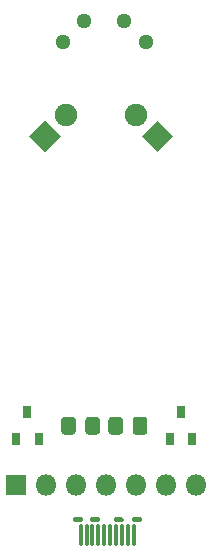
<source format=gbr>
%TF.GenerationSoftware,KiCad,Pcbnew,(5.1.6)-1*%
%TF.CreationDate,2023-10-25T23:53:10+09:00*%
%TF.ProjectId,CMouse-3rd-MOD,434d6f75-7365-42d3-9372-642d4d4f442e,rev?*%
%TF.SameCoordinates,Original*%
%TF.FileFunction,Soldermask,Top*%
%TF.FilePolarity,Negative*%
%FSLAX46Y46*%
G04 Gerber Fmt 4.6, Leading zero omitted, Abs format (unit mm)*
G04 Created by KiCad (PCBNEW (5.1.6)-1) date 2023-10-25 23:53:10*
%MOMM*%
%LPD*%
G01*
G04 APERTURE LIST*
%ADD10C,0.300000*%
%ADD11C,0.100000*%
%ADD12C,1.900000*%
%ADD13R,1.800000X1.800000*%
%ADD14O,1.800000X1.800000*%
%ADD15C,1.292000*%
%ADD16R,0.700000X1.100000*%
G04 APERTURE END LIST*
D10*
X114000000Y-148900000D02*
X113500000Y-148900000D01*
X115500000Y-148900000D02*
X115900000Y-148900000D01*
X117000000Y-148900000D02*
X117500000Y-148900000D01*
X112500000Y-148900000D02*
X112000000Y-148900000D01*
X117000000Y-149000000D02*
X117500000Y-149000000D01*
X112000000Y-149000000D02*
X112500000Y-149000000D01*
X115500000Y-149000000D02*
X116000000Y-149000000D01*
X113500000Y-149000000D02*
X114000000Y-149000000D01*
X117000000Y-151000000D02*
X117000000Y-149500000D01*
X116500000Y-151000000D02*
X116500000Y-149500000D01*
X116000000Y-151000000D02*
X116000000Y-149500000D01*
X115500000Y-151000000D02*
X115500000Y-149500000D01*
X115000000Y-151000000D02*
X115000000Y-149500000D01*
X114500000Y-151000000D02*
X114500000Y-149500000D01*
X114000000Y-151000000D02*
X114000000Y-149500000D01*
X113500000Y-151000000D02*
X113500000Y-149500000D01*
X113000000Y-151000000D02*
X113000000Y-149500000D01*
X112500000Y-151000000D02*
X112500000Y-149500000D01*
D11*
%TO.C,IR5*%
G36*
X109500000Y-117843503D02*
G01*
X108156497Y-116500000D01*
X109500000Y-115156497D01*
X110843503Y-116500000D01*
X109500000Y-117843503D01*
G37*
D12*
X111296051Y-114703949D03*
%TD*%
%TO.C,IR6*%
X117203949Y-114703949D03*
D11*
G36*
X120343503Y-116500000D02*
G01*
X119000000Y-117843503D01*
X117656497Y-116500000D01*
X119000000Y-115156497D01*
X120343503Y-116500000D01*
G37*
%TD*%
D13*
%TO.C,J1*%
X107000000Y-146000000D03*
D14*
X109540000Y-146000000D03*
X112080000Y-146000000D03*
X114620000Y-146000000D03*
X117160000Y-146000000D03*
X119700000Y-146000000D03*
X122240000Y-146000000D03*
%TD*%
%TO.C,R16*%
G36*
G01*
X112900000Y-141478262D02*
X112900000Y-140521738D01*
G75*
G02*
X113171738Y-140250000I271738J0D01*
G01*
X113878262Y-140250000D01*
G75*
G02*
X114150000Y-140521738I0J-271738D01*
G01*
X114150000Y-141478262D01*
G75*
G02*
X113878262Y-141750000I-271738J0D01*
G01*
X113171738Y-141750000D01*
G75*
G02*
X112900000Y-141478262I0J271738D01*
G01*
G37*
G36*
G01*
X110850000Y-141478262D02*
X110850000Y-140521738D01*
G75*
G02*
X111121738Y-140250000I271738J0D01*
G01*
X111828262Y-140250000D01*
G75*
G02*
X112100000Y-140521738I0J-271738D01*
G01*
X112100000Y-141478262D01*
G75*
G02*
X111828262Y-141750000I-271738J0D01*
G01*
X111121738Y-141750000D01*
G75*
G02*
X110850000Y-141478262I0J271738D01*
G01*
G37*
%TD*%
%TO.C,R17*%
G36*
G01*
X118150000Y-140521738D02*
X118150000Y-141478262D01*
G75*
G02*
X117878262Y-141750000I-271738J0D01*
G01*
X117171738Y-141750000D01*
G75*
G02*
X116900000Y-141478262I0J271738D01*
G01*
X116900000Y-140521738D01*
G75*
G02*
X117171738Y-140250000I271738J0D01*
G01*
X117878262Y-140250000D01*
G75*
G02*
X118150000Y-140521738I0J-271738D01*
G01*
G37*
G36*
G01*
X116100000Y-140521738D02*
X116100000Y-141478262D01*
G75*
G02*
X115828262Y-141750000I-271738J0D01*
G01*
X115121738Y-141750000D01*
G75*
G02*
X114850000Y-141478262I0J271738D01*
G01*
X114850000Y-140521738D01*
G75*
G02*
X115121738Y-140250000I271738J0D01*
G01*
X115828262Y-140250000D01*
G75*
G02*
X116100000Y-140521738I0J-271738D01*
G01*
G37*
%TD*%
D15*
%TO.C,S5*%
X111000000Y-108500000D03*
X112796051Y-106703949D03*
%TD*%
%TO.C,S6*%
X116203949Y-106703949D03*
X118000000Y-108500000D03*
%TD*%
D16*
%TO.C,TR5*%
X107050000Y-142150000D03*
X108950000Y-142150000D03*
X108000000Y-139850000D03*
%TD*%
%TO.C,TR6*%
X121000000Y-139850000D03*
X121950000Y-142150000D03*
X120050000Y-142150000D03*
%TD*%
M02*

</source>
